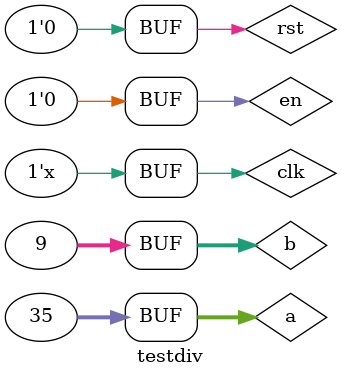
<source format=v>
`timescale 1ns / 1ps


module testdiv;

	// Inputs
	reg clk;
	reg rst;
	reg en;
	reg [31:0] a;
	reg [31:0] b;

	// Outputs
	wire [31:0] yshang;
	wire [31:0] yyushu;
	wire calc_done;

	// Instantiate the Unit Under Test (UUT)
	div_rill uut (
		.clk(clk), 
		.rst(rst), 
		.en(en),
		.a(a), 
		.b(b), 
		.yshang(yshang), 
		.yyushu(yyushu), 
		.calc_done(calc_done)
	);
	
		always #10 clk = ~clk;
	
	initial begin
		// Initialize Inputs
		clk = 0;
		rst = 1;
		en = 0;
		#50;
		rst = 0;
		en = 1;
		a = 35;
		b = 9;
		#50 
		en = 0;
		// Wait 100 ns for global reset to finish
		#100;
        
		// Add stimulus here

	end
      
endmodule


</source>
